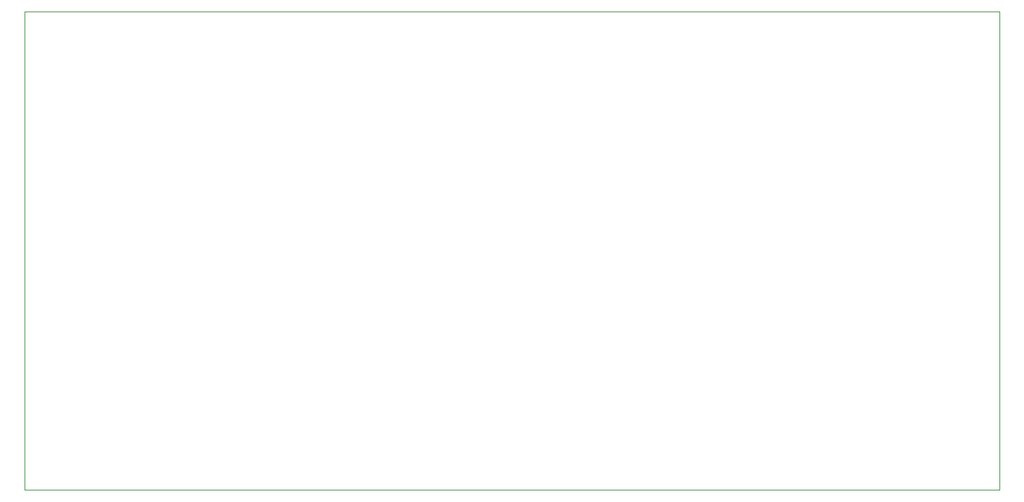
<source format=gbr>
G04 Layer_Color=0*
%FSLAX25Y25*%
%MOIN*%
%TF.FileFunction,Profile,NP*%
%TF.Part,Single*%
G01*
G75*
%TA.AperFunction,Profile*%
%ADD65C,0.00100*%
D65*
X0Y0D02*
X450000D01*
Y221000D01*
X0D01*
Y0D01*
%TF.MD5,0491A0D4766CC489240833E13AA77A6E*%
M02*

</source>
